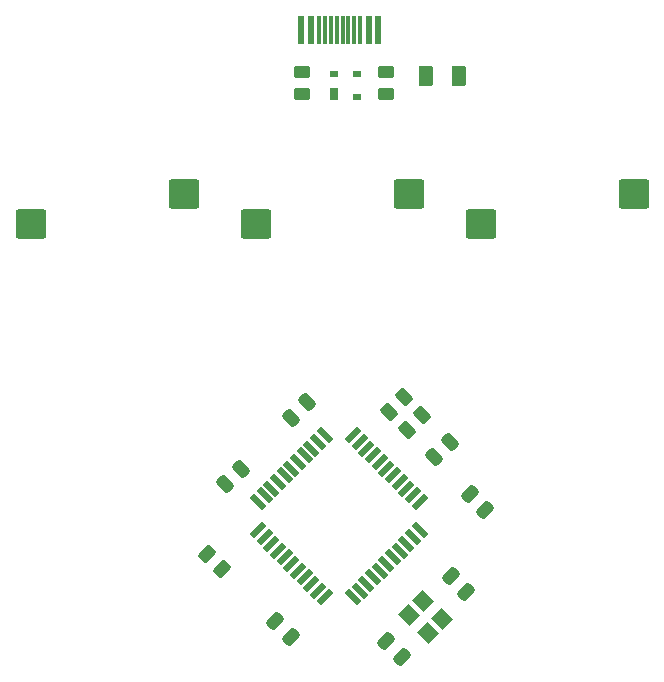
<source format=gbr>
%TF.GenerationSoftware,KiCad,Pcbnew,(6.0.10)*%
%TF.CreationDate,2023-01-18T13:12:32+09:00*%
%TF.ProjectId,3kpad,336b7061-642e-46b6-9963-61645f706362,rev?*%
%TF.SameCoordinates,Original*%
%TF.FileFunction,Paste,Bot*%
%TF.FilePolarity,Positive*%
%FSLAX46Y46*%
G04 Gerber Fmt 4.6, Leading zero omitted, Abs format (unit mm)*
G04 Created by KiCad (PCBNEW (6.0.10)) date 2023-01-18 13:12:32*
%MOMM*%
%LPD*%
G01*
G04 APERTURE LIST*
G04 Aperture macros list*
%AMRoundRect*
0 Rectangle with rounded corners*
0 $1 Rounding radius*
0 $2 $3 $4 $5 $6 $7 $8 $9 X,Y pos of 4 corners*
0 Add a 4 corners polygon primitive as box body*
4,1,4,$2,$3,$4,$5,$6,$7,$8,$9,$2,$3,0*
0 Add four circle primitives for the rounded corners*
1,1,$1+$1,$2,$3*
1,1,$1+$1,$4,$5*
1,1,$1+$1,$6,$7*
1,1,$1+$1,$8,$9*
0 Add four rect primitives between the rounded corners*
20,1,$1+$1,$2,$3,$4,$5,0*
20,1,$1+$1,$4,$5,$6,$7,0*
20,1,$1+$1,$6,$7,$8,$9,0*
20,1,$1+$1,$8,$9,$2,$3,0*%
%AMRotRect*
0 Rectangle, with rotation*
0 The origin of the aperture is its center*
0 $1 length*
0 $2 width*
0 $3 Rotation angle, in degrees counterclockwise*
0 Add horizontal line*
21,1,$1,$2,0,0,$3*%
G04 Aperture macros list end*
%ADD10RoundRect,0.200000X-1.075000X-1.050000X1.075000X-1.050000X1.075000X1.050000X-1.075000X1.050000X0*%
%ADD11RoundRect,0.250000X-0.159099X0.512652X-0.512652X0.159099X0.159099X-0.512652X0.512652X-0.159099X0*%
%ADD12R,0.600000X2.450000*%
%ADD13R,0.300000X2.450000*%
%ADD14R,0.700000X1.000000*%
%ADD15R,0.700000X0.600000*%
%ADD16RoundRect,0.250000X0.503814X0.132583X0.132583X0.503814X-0.503814X-0.132583X-0.132583X-0.503814X0*%
%ADD17RoundRect,0.250000X0.450000X-0.262500X0.450000X0.262500X-0.450000X0.262500X-0.450000X-0.262500X0*%
%ADD18RoundRect,0.250000X0.375000X0.625000X-0.375000X0.625000X-0.375000X-0.625000X0.375000X-0.625000X0*%
%ADD19RoundRect,0.250000X0.512652X0.159099X0.159099X0.512652X-0.512652X-0.159099X-0.159099X-0.512652X0*%
%ADD20RoundRect,0.250000X0.132583X-0.503814X0.503814X-0.132583X-0.132583X0.503814X-0.503814X0.132583X0*%
%ADD21RotRect,1.500000X0.550000X225.000000*%
%ADD22RotRect,1.500000X0.550000X135.000000*%
%ADD23RoundRect,0.250000X-0.132583X0.503814X-0.503814X0.132583X0.132583X-0.503814X0.503814X-0.132583X0*%
%ADD24RoundRect,0.250000X0.159099X-0.512652X0.512652X-0.159099X-0.159099X0.512652X-0.512652X0.159099X0*%
%ADD25RoundRect,0.250000X-0.512652X-0.159099X-0.159099X-0.512652X0.512652X0.159099X0.159099X0.512652X0*%
%ADD26RotRect,1.400000X1.200000X315.000000*%
G04 APERTURE END LIST*
D10*
%TO.C,SW2*%
X127852500Y-77628750D03*
X140779500Y-75088750D03*
%TD*%
%TO.C,SW1*%
X108802500Y-77628750D03*
X121729500Y-75088750D03*
%TD*%
%TO.C,SW3*%
X146902500Y-77628750D03*
X159829500Y-75088750D03*
%TD*%
D11*
%TO.C,C6*%
X144248509Y-96073757D03*
X142905007Y-97417259D03*
%TD*%
D12*
%TO.C,USB1*%
X131712500Y-61260000D03*
X132487500Y-61260000D03*
D13*
X133187500Y-61260000D03*
X133687500Y-61260000D03*
X134187500Y-61260000D03*
X134687500Y-61260000D03*
X135187500Y-61260000D03*
X135687500Y-61260000D03*
X136187500Y-61260000D03*
X136687500Y-61260000D03*
D12*
X137387500Y-61260000D03*
X138162500Y-61260000D03*
%TD*%
D14*
%TO.C,U2*%
X134450000Y-66662500D03*
D15*
X134450000Y-64962500D03*
X136450000Y-64962500D03*
X136450000Y-66862500D03*
%TD*%
D16*
%TO.C,R3*%
X124976246Y-106848522D03*
X123685776Y-105558052D03*
%TD*%
D17*
%TO.C,R4*%
X131762500Y-66637500D03*
X131762500Y-64812500D03*
%TD*%
D18*
%TO.C,F1*%
X145068750Y-65087500D03*
X142268750Y-65087500D03*
%TD*%
D19*
%TO.C,C3*%
X140192300Y-114286401D03*
X138848798Y-112942899D03*
%TD*%
D17*
%TO.C,R5*%
X138906250Y-66637500D03*
X138906250Y-64812500D03*
%TD*%
D20*
%TO.C,R2*%
X140642265Y-95101485D03*
X141932735Y-93811015D03*
%TD*%
D21*
%TO.C,U1*%
X136077823Y-95534814D03*
X136643508Y-96100500D03*
X137209193Y-96666185D03*
X137774879Y-97231870D03*
X138340564Y-97797556D03*
X138906250Y-98363241D03*
X139471935Y-98928927D03*
X140037621Y-99494612D03*
X140603306Y-100060298D03*
X141168991Y-100625983D03*
X141734677Y-101191668D03*
D22*
X141734677Y-103595832D03*
X141168991Y-104161517D03*
X140603306Y-104727202D03*
X140037621Y-105292888D03*
X139471935Y-105858573D03*
X138906250Y-106424259D03*
X138340564Y-106989944D03*
X137774879Y-107555630D03*
X137209193Y-108121315D03*
X136643508Y-108687000D03*
X136077823Y-109252686D03*
D21*
X133673659Y-109252686D03*
X133107974Y-108687000D03*
X132542289Y-108121315D03*
X131976603Y-107555630D03*
X131410918Y-106989944D03*
X130845232Y-106424259D03*
X130279547Y-105858573D03*
X129713861Y-105292888D03*
X129148176Y-104727202D03*
X128582491Y-104161517D03*
X128016805Y-103595832D03*
D22*
X128016805Y-101191668D03*
X128582491Y-100625983D03*
X129148176Y-100060298D03*
X129713861Y-99494612D03*
X130279547Y-98928927D03*
X130845232Y-98363241D03*
X131410918Y-97797556D03*
X131976603Y-97231870D03*
X132542289Y-96666185D03*
X133107974Y-96100500D03*
X133673659Y-95534814D03*
%TD*%
D23*
%TO.C,R1*%
X140412455Y-92290735D03*
X139121985Y-93581205D03*
%TD*%
D24*
%TO.C,C2*%
X125219315Y-99702324D03*
X126562817Y-98358822D03*
%TD*%
D25*
%TO.C,C7*%
X129503249Y-111246999D03*
X130846751Y-112590501D03*
%TD*%
D11*
%TO.C,C5*%
X132179896Y-92741743D03*
X130836394Y-94085245D03*
%TD*%
D25*
%TO.C,C4*%
X144337714Y-107445144D03*
X145681216Y-108788646D03*
%TD*%
D26*
%TO.C,Y1*%
X142030778Y-109548787D03*
X143586413Y-111104422D03*
X142384332Y-112306503D03*
X140828697Y-110750868D03*
%TD*%
D25*
%TO.C,C1*%
X145942190Y-100486307D03*
X147285692Y-101829809D03*
%TD*%
M02*

</source>
